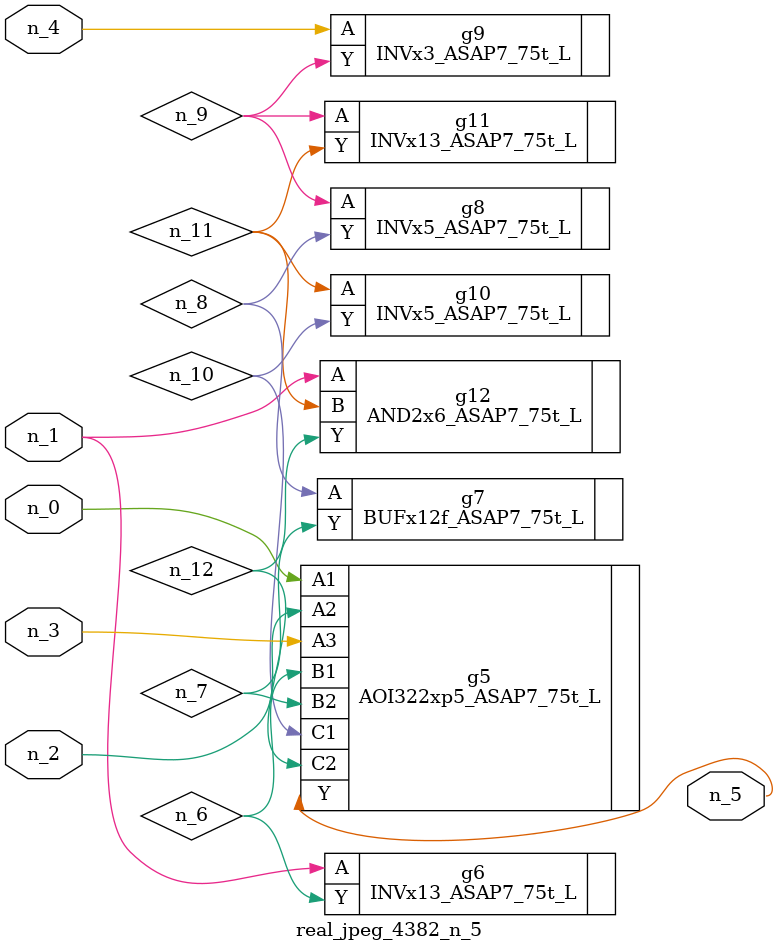
<source format=v>
module real_jpeg_4382_n_5 (n_4, n_0, n_1, n_2, n_3, n_5);

input n_4;
input n_0;
input n_1;
input n_2;
input n_3;

output n_5;

wire n_12;
wire n_8;
wire n_11;
wire n_6;
wire n_7;
wire n_10;
wire n_9;

AOI322xp5_ASAP7_75t_L g5 ( 
.A1(n_0),
.A2(n_2),
.A3(n_3),
.B1(n_6),
.B2(n_7),
.C1(n_10),
.C2(n_12),
.Y(n_5)
);

INVx13_ASAP7_75t_L g6 ( 
.A(n_1),
.Y(n_6)
);

AND2x6_ASAP7_75t_L g12 ( 
.A(n_1),
.B(n_11),
.Y(n_12)
);

INVx3_ASAP7_75t_L g9 ( 
.A(n_4),
.Y(n_9)
);

BUFx12f_ASAP7_75t_L g7 ( 
.A(n_8),
.Y(n_7)
);

INVx5_ASAP7_75t_L g8 ( 
.A(n_9),
.Y(n_8)
);

INVx13_ASAP7_75t_L g11 ( 
.A(n_9),
.Y(n_11)
);

INVx5_ASAP7_75t_L g10 ( 
.A(n_11),
.Y(n_10)
);


endmodule
</source>
